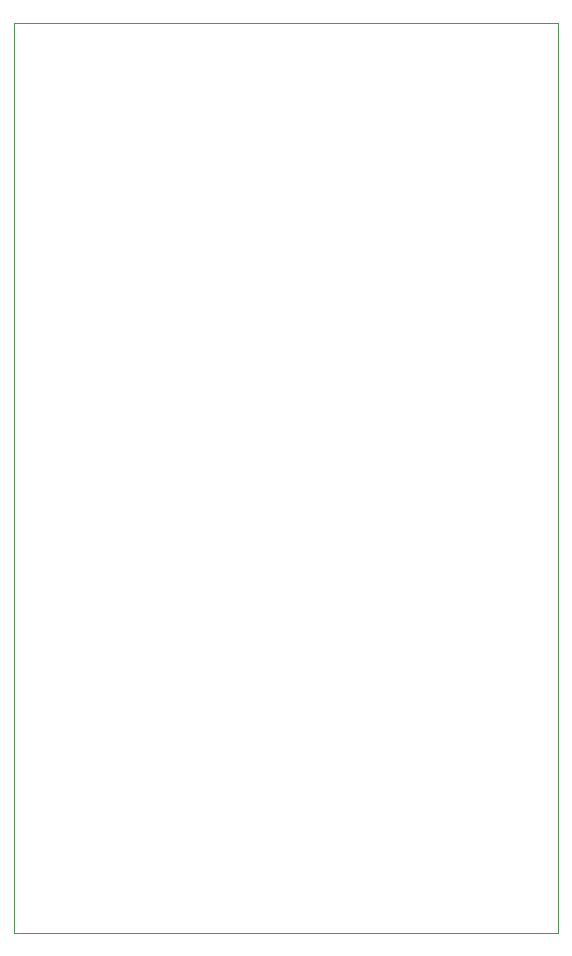
<source format=gbr>
%TF.GenerationSoftware,KiCad,Pcbnew,(6.0.6)*%
%TF.CreationDate,2022-10-16T14:55:51-05:00*%
%TF.ProjectId,CartRiser,43617274-5269-4736-9572-2e6b69636164,rev?*%
%TF.SameCoordinates,Original*%
%TF.FileFunction,Profile,NP*%
%FSLAX46Y46*%
G04 Gerber Fmt 4.6, Leading zero omitted, Abs format (unit mm)*
G04 Created by KiCad (PCBNEW (6.0.6)) date 2022-10-16 14:55:51*
%MOMM*%
%LPD*%
G01*
G04 APERTURE LIST*
%TA.AperFunction,Profile*%
%ADD10C,0.100000*%
%TD*%
G04 APERTURE END LIST*
D10*
X141000000Y-43000000D02*
X187000000Y-43000000D01*
X187000000Y-43000000D02*
X187000000Y-120000000D01*
X187000000Y-120000000D02*
X141000000Y-120000000D01*
X141000000Y-120000000D02*
X141000000Y-43000000D01*
M02*

</source>
